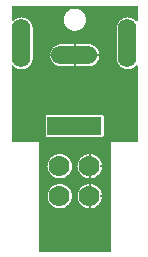
<source format=gbl>
%FSLAX33Y33*%
%MOMM*%
%AMRR-H1600000-W3900000-R800000-RO0.000*
21,1,2.3,1.6,0.,0.,360*
1,1,1.6,-1.15,0.*
1,1,1.6,1.15,0.*
1,1,1.6,1.15,-0.*
1,1,1.6,-1.15,0.*%
%AMRR-H4099999-W1600000-R800000-RO0.000*
21,1,1.6,2.499999,0.,0.,360*
1,1,1.6,0.,1.2499995*
1,1,1.6,0.,1.2499995*
1,1,1.6,0.,-1.2499995*
1,1,1.6,-0.,-1.2499995*%
%ADD10C,0.0508*%
%ADD11R,4.6X1.6*%
%ADD12RR-H1600000-W3900000-R800000-RO0.000*%
%ADD13RR-H4099999-W1600000-R800000-RO0.000*%
%ADD14C,1.778*%
D10*
%LNpour fill*%
G01*
X8712Y9688D02*
X8712Y9688D01*
X8727Y9703*
X10998Y9703*
X10998Y16081*
X10951Y16101*
X10853Y16002*
X10851Y16001*
X10711Y15903*
X10709Y15902*
X10555Y15830*
X10553Y15829*
X10388Y15785*
X10386Y15784*
X10216Y15770*
X10214Y15770*
X10044Y15784*
X10042Y15785*
X9877Y15829*
X9875Y15830*
X9721Y15902*
X9719Y15903*
X9579Y16001*
X9577Y16002*
X9457Y16122*
X9456Y16124*
X9358Y16264*
X9357Y16266*
X9285Y16420*
X9284Y16422*
X9240Y16587*
X9239Y16589*
X9225Y16758*
X9225Y16759*
X9225Y19261*
X9225Y19262*
X9239Y19431*
X9240Y19433*
X9284Y19598*
X9285Y19600*
X9357Y19754*
X9358Y19756*
X9456Y19896*
X9457Y19898*
X9577Y20018*
X9579Y20019*
X9719Y20117*
X9721Y20118*
X9875Y20190*
X9877Y20191*
X10042Y20235*
X10044Y20236*
X10214Y20250*
X10216Y20250*
X10386Y20236*
X10388Y20235*
X10553Y20191*
X10555Y20190*
X10709Y20118*
X10711Y20117*
X10851Y20019*
X10853Y20018*
X10951Y19919*
X10998Y19939*
X10998Y21158*
X0432Y21158*
X0432Y19939*
X0479Y19919*
X0577Y20018*
X0579Y20019*
X0719Y20117*
X0721Y20118*
X0875Y20190*
X0877Y20191*
X1042Y20235*
X1044Y20236*
X1214Y20250*
X1216Y20250*
X1386Y20236*
X1388Y20235*
X1553Y20191*
X1555Y20190*
X1709Y20118*
X1711Y20117*
X1851Y20019*
X1853Y20018*
X1973Y19898*
X1974Y19896*
X2072Y19756*
X2073Y19754*
X2145Y19600*
X2146Y19598*
X2190Y19433*
X2191Y19431*
X2205Y19262*
X2206Y19261*
X2206Y16759*
X2205Y16758*
X2191Y16589*
X2190Y16587*
X2146Y16422*
X2145Y16420*
X2073Y16266*
X2072Y16264*
X1974Y16124*
X1973Y16122*
X1853Y16002*
X1851Y16001*
X1711Y15903*
X1709Y15902*
X1555Y15830*
X1553Y15829*
X1388Y15785*
X1386Y15784*
X1216Y15770*
X1214Y15770*
X1044Y15784*
X1042Y15785*
X0877Y15829*
X0875Y15830*
X0721Y15902*
X0719Y15903*
X0579Y16001*
X0577Y16002*
X0479Y16101*
X0432Y16081*
X0432Y9703*
X2703Y9703*
X2718Y9688*
X2718Y0432*
X8712Y0432*
X8712Y9688*
X5836Y19026D02*
X5836Y19026D01*
X6065Y19082*
X6068Y19083*
X6277Y19193*
X6280Y19195*
X6456Y19351*
X6458Y19354*
X6592Y19548*
X6594Y19551*
X6677Y19771*
X6678Y19774*
X6707Y20008*
X6707Y20012*
X6678Y20246*
X6677Y20249*
X6594Y20469*
X6592Y20472*
X6458Y20666*
X6456Y20669*
X6280Y20825*
X6277Y20827*
X6068Y20937*
X6065Y20938*
X5836Y20994*
X5833Y20994*
X5597Y20994*
X5594Y20994*
X5365Y20938*
X5362Y20937*
X5153Y20827*
X5150Y20825*
X4974Y20669*
X4972Y20666*
X4838Y20472*
X4836Y20469*
X4753Y20249*
X4752Y20246*
X4723Y20012*
X4723Y20008*
X4752Y19774*
X4753Y19771*
X4836Y19551*
X4838Y19548*
X4972Y19354*
X4974Y19351*
X5150Y19195*
X5153Y19193*
X5362Y19083*
X5365Y19082*
X5594Y19026*
X5597Y19026*
X5833Y19026*
X5836Y19026*
X5658Y16034D02*
X5658Y16034D01*
X5658Y16226*
X5772Y16226*
X5772Y16034*
X5787Y16020*
X6866Y16020*
X6867Y16020*
X7036Y16034*
X7038Y16035*
X7203Y16079*
X7205Y16080*
X7359Y16152*
X7361Y16153*
X7501Y16251*
X7503Y16252*
X7623Y16372*
X7624Y16374*
X7722Y16514*
X7723Y16516*
X7795Y16670*
X7796Y16672*
X7840Y16837*
X7841Y16839*
X7849Y16936*
X7834Y16953*
X7649Y16953*
X7649Y17067*
X7834Y17067*
X7849Y17084*
X7841Y17181*
X7840Y17183*
X7796Y17348*
X7795Y17350*
X7723Y17504*
X7722Y17506*
X7624Y17646*
X7623Y17648*
X7503Y17768*
X7501Y17769*
X7361Y17867*
X7359Y17868*
X7205Y17940*
X7203Y17941*
X7038Y17985*
X7036Y17986*
X6867Y18000*
X6866Y18001*
X5787Y18001*
X5772Y17986*
X5772Y17794*
X5658Y17794*
X5658Y17986*
X5643Y18001*
X4564Y18001*
X4563Y18000*
X4394Y17986*
X4392Y17985*
X4227Y17941*
X4225Y17940*
X4071Y17868*
X4069Y17867*
X3929Y17769*
X3927Y17768*
X3807Y17648*
X3806Y17646*
X3708Y17506*
X3707Y17504*
X3635Y17350*
X3634Y17348*
X3590Y17183*
X3589Y17181*
X3581Y17084*
X3596Y17067*
X3781Y17067*
X3781Y16953*
X3596Y16953*
X3581Y16936*
X3589Y16839*
X3590Y16837*
X3634Y16672*
X3635Y16670*
X3707Y16516*
X3708Y16514*
X3806Y16374*
X3807Y16372*
X3927Y16252*
X3929Y16251*
X4069Y16153*
X4071Y16152*
X4225Y16080*
X4227Y16079*
X4392Y16035*
X4394Y16034*
X4563Y16020*
X4564Y16020*
X5643Y16020*
X5658Y16034*
X8017Y10019D02*
X8017Y10019D01*
X8044Y10021*
X8046Y10021*
X8073Y10028*
X8075Y10028*
X8101Y10039*
X8103Y10040*
X8127Y10054*
X8128Y10056*
X8150Y10074*
X8151Y10075*
X8169Y10097*
X8171Y10098*
X8185Y10122*
X8186Y10124*
X8197Y10150*
X8197Y10152*
X8204Y10179*
X8204Y10181*
X8206Y10209*
X8207Y10210*
X8207Y11810*
X8206Y11811*
X8204Y11839*
X8204Y11841*
X8197Y11868*
X8197Y11870*
X8186Y11896*
X8185Y11898*
X8171Y11922*
X8169Y11923*
X8151Y11945*
X8150Y11946*
X8128Y11964*
X8127Y11966*
X8103Y11980*
X8101Y11981*
X8075Y11992*
X8073Y11992*
X8046Y11999*
X8044Y11999*
X8016Y12001*
X8015Y12002*
X3415Y12002*
X3414Y12001*
X3386Y11999*
X3384Y11999*
X3357Y11992*
X3355Y11992*
X3329Y11981*
X3327Y11980*
X3303Y11966*
X3302Y11964*
X3280Y11946*
X3279Y11945*
X3261Y11923*
X3259Y11922*
X3245Y11898*
X3244Y11896*
X3233Y11870*
X3233Y11868*
X3226Y11841*
X3226Y11839*
X3224Y11812*
X3224Y11811*
X3224Y10209*
X3224Y10208*
X3226Y10181*
X3226Y10179*
X3233Y10152*
X3233Y10150*
X3244Y10124*
X3245Y10122*
X3259Y10098*
X3261Y10097*
X3279Y10075*
X3280Y10074*
X3302Y10056*
X3303Y10054*
X3327Y10040*
X3329Y10039*
X3355Y10028*
X3357Y10028*
X3384Y10021*
X3386Y10021*
X3413Y10019*
X3414Y10019*
X8016Y10019*
X8017Y10019*
X4577Y6548D02*
X4577Y6548D01*
X4827Y6609*
X4830Y6610*
X5058Y6730*
X5060Y6732*
X5253Y6902*
X5255Y6905*
X5401Y7117*
X5402Y7119*
X5494Y7360*
X5494Y7363*
X5526Y7618*
X5526Y7622*
X5494Y7877*
X5494Y7880*
X5402Y8121*
X5401Y8123*
X5255Y8335*
X5253Y8338*
X5060Y8508*
X5058Y8510*
X4830Y8630*
X4827Y8631*
X4577Y8692*
X4574Y8693*
X4316Y8693*
X4313Y8692*
X4063Y8631*
X4060Y8630*
X3832Y8510*
X3830Y8508*
X3637Y8338*
X3635Y8335*
X3489Y8123*
X3488Y8121*
X3396Y7880*
X3396Y7877*
X3365Y7622*
X3365Y7618*
X3396Y7363*
X3396Y7360*
X3488Y7119*
X3489Y7117*
X3635Y6905*
X3637Y6902*
X3830Y6732*
X3832Y6730*
X4060Y6610*
X4063Y6609*
X4313Y6548*
X4316Y6547*
X4574Y6547*
X4577Y6548*
X6928Y6562D02*
X6928Y6562D01*
X6928Y6753*
X7042Y6753*
X7042Y6562*
X7057Y6547*
X7114Y6547*
X7117Y6548*
X7367Y6609*
X7370Y6610*
X7598Y6730*
X7600Y6732*
X7793Y6902*
X7795Y6905*
X7941Y7117*
X7942Y7119*
X8034Y7360*
X8034Y7363*
X8057Y7546*
X8042Y7563*
X7858Y7563*
X7858Y7677*
X8042Y7677*
X8057Y7694*
X8034Y7877*
X8034Y7880*
X7942Y8121*
X7941Y8123*
X7795Y8335*
X7793Y8338*
X7600Y8508*
X7598Y8510*
X7370Y8630*
X7367Y8631*
X7117Y8692*
X7114Y8693*
X7057Y8693*
X7042Y8678*
X7042Y8487*
X6928Y8487*
X6928Y8678*
X6913Y8693*
X6856Y8693*
X6853Y8692*
X6603Y8631*
X6600Y8630*
X6372Y8510*
X6370Y8508*
X6177Y8338*
X6175Y8335*
X6029Y8123*
X6028Y8121*
X5936Y7880*
X5936Y7877*
X5904Y7622*
X5904Y7618*
X5936Y7363*
X5936Y7360*
X6028Y7119*
X6029Y7117*
X6175Y6905*
X6177Y6902*
X6370Y6732*
X6372Y6730*
X6600Y6610*
X6603Y6609*
X6853Y6548*
X6856Y6547*
X6913Y6547*
X6928Y6562*
X4577Y4008D02*
X4577Y4008D01*
X4827Y4069*
X4830Y4070*
X5058Y4190*
X5060Y4192*
X5253Y4362*
X5255Y4365*
X5401Y4577*
X5402Y4579*
X5494Y4820*
X5494Y4823*
X5526Y5078*
X5526Y5082*
X5494Y5337*
X5494Y5340*
X5402Y5581*
X5401Y5583*
X5255Y5795*
X5253Y5798*
X5060Y5968*
X5058Y5970*
X4830Y6090*
X4827Y6091*
X4577Y6152*
X4574Y6153*
X4316Y6153*
X4313Y6152*
X4063Y6091*
X4060Y6090*
X3832Y5970*
X3830Y5968*
X3637Y5798*
X3635Y5795*
X3489Y5583*
X3488Y5581*
X3396Y5340*
X3396Y5337*
X3365Y5082*
X3365Y5078*
X3396Y4823*
X3396Y4820*
X3488Y4579*
X3489Y4577*
X3635Y4365*
X3637Y4362*
X3830Y4192*
X3832Y4190*
X4060Y4070*
X4063Y4069*
X4313Y4008*
X4316Y4007*
X4574Y4007*
X4577Y4008*
X6928Y4022D02*
X6928Y4022D01*
X6928Y4213*
X7042Y4213*
X7042Y4022*
X7057Y4007*
X7114Y4007*
X7117Y4008*
X7367Y4069*
X7370Y4070*
X7598Y4190*
X7600Y4192*
X7793Y4362*
X7795Y4365*
X7941Y4577*
X7942Y4579*
X8034Y4820*
X8034Y4823*
X8057Y5006*
X8042Y5023*
X7858Y5023*
X7858Y5137*
X8042Y5137*
X8057Y5154*
X8034Y5337*
X8034Y5340*
X7942Y5581*
X7941Y5583*
X7795Y5795*
X7793Y5798*
X7600Y5968*
X7598Y5970*
X7370Y6090*
X7367Y6091*
X7117Y6152*
X7114Y6153*
X7057Y6153*
X7042Y6138*
X7042Y5947*
X6928Y5947*
X6928Y6138*
X6913Y6153*
X6856Y6153*
X6853Y6152*
X6603Y6091*
X6600Y6090*
X6372Y5970*
X6370Y5968*
X6177Y5798*
X6175Y5795*
X6029Y5583*
X6028Y5581*
X5936Y5340*
X5936Y5337*
X5904Y5082*
X5904Y5078*
X5936Y4823*
X5936Y4820*
X6028Y4579*
X6029Y4577*
X6175Y4365*
X6177Y4362*
X6370Y4192*
X6372Y4190*
X6600Y4070*
X6603Y4069*
X6853Y4008*
X6856Y4007*
X6913Y4007*
X6928Y4022*
X2718Y0456D02*
X8712Y0456D01*
X2718Y0505D02*
X8712Y0505D01*
X2718Y0555D02*
X8712Y0555D01*
X2718Y0605D02*
X8712Y0605D01*
X2718Y0654D02*
X8712Y0654D01*
X2718Y0704D02*
X8712Y0704D01*
X2718Y0753D02*
X8712Y0753D01*
X2718Y0803D02*
X8712Y0803D01*
X2718Y0852D02*
X8712Y0852D01*
X2718Y0902D02*
X8712Y0902D01*
X2718Y0951D02*
X8712Y0951D01*
X2718Y1001D02*
X8712Y1001D01*
X2718Y1050D02*
X8712Y1050D01*
X2718Y1100D02*
X8712Y1100D01*
X2718Y1149D02*
X8712Y1149D01*
X2718Y1199D02*
X8712Y1199D01*
X2718Y1248D02*
X8712Y1248D01*
X2718Y1298D02*
X8712Y1298D01*
X2718Y1347D02*
X8712Y1347D01*
X2718Y1397D02*
X8712Y1397D01*
X2718Y1447D02*
X8712Y1447D01*
X2718Y1496D02*
X8712Y1496D01*
X2718Y1546D02*
X8712Y1546D01*
X2718Y1595D02*
X8712Y1595D01*
X2718Y1645D02*
X8712Y1645D01*
X2718Y1694D02*
X8712Y1694D01*
X2718Y1744D02*
X8712Y1744D01*
X2718Y1793D02*
X8712Y1793D01*
X2718Y1843D02*
X8712Y1843D01*
X2718Y1892D02*
X8712Y1892D01*
X2718Y1942D02*
X8712Y1942D01*
X2718Y1991D02*
X8712Y1991D01*
X2718Y2041D02*
X8712Y2041D01*
X2718Y2090D02*
X8712Y2090D01*
X2718Y2140D02*
X8712Y2140D01*
X2718Y2189D02*
X8712Y2189D01*
X2718Y2239D02*
X8712Y2239D01*
X2718Y2289D02*
X8712Y2289D01*
X2718Y2338D02*
X8712Y2338D01*
X2718Y2388D02*
X8712Y2388D01*
X2718Y2437D02*
X8712Y2437D01*
X2718Y2487D02*
X8712Y2487D01*
X2718Y2536D02*
X8712Y2536D01*
X2718Y2586D02*
X8712Y2586D01*
X2718Y2635D02*
X8712Y2635D01*
X2718Y2685D02*
X8712Y2685D01*
X2718Y2734D02*
X8712Y2734D01*
X2718Y2784D02*
X8712Y2784D01*
X2718Y2833D02*
X8712Y2833D01*
X2718Y2883D02*
X8712Y2883D01*
X2718Y2932D02*
X8712Y2932D01*
X2718Y2982D02*
X8712Y2982D01*
X2718Y3031D02*
X8712Y3031D01*
X2718Y3081D02*
X8712Y3081D01*
X2718Y3131D02*
X8712Y3131D01*
X2718Y3180D02*
X8712Y3180D01*
X2718Y3230D02*
X8712Y3230D01*
X2718Y3279D02*
X8712Y3279D01*
X2718Y3329D02*
X8712Y3329D01*
X2718Y3378D02*
X8712Y3378D01*
X2718Y3428D02*
X8712Y3428D01*
X2718Y3477D02*
X8712Y3477D01*
X2718Y3527D02*
X8712Y3527D01*
X2718Y3576D02*
X8712Y3576D01*
X2718Y3626D02*
X8712Y3626D01*
X2718Y3675D02*
X8712Y3675D01*
X2718Y3725D02*
X8712Y3725D01*
X2718Y3774D02*
X8712Y3774D01*
X2718Y3824D02*
X8712Y3824D01*
X2718Y3873D02*
X8712Y3873D01*
X2718Y3923D02*
X8712Y3923D01*
X2718Y3973D02*
X8712Y3973D01*
X2718Y4022D02*
X4254Y4022D01*
X4636Y4022D02*
X6794Y4022D01*
X6928Y4022D02*
X7042Y4022D01*
X7176Y4022D02*
X8712Y4022D01*
X2718Y4072D02*
X4058Y4072D01*
X4832Y4072D02*
X6598Y4072D01*
X6928Y4072D02*
X7042Y4072D01*
X7372Y4072D02*
X8712Y4072D01*
X2718Y4121D02*
X3963Y4121D01*
X4927Y4121D02*
X6503Y4121D01*
X6928Y4121D02*
X7042Y4121D01*
X7467Y4121D02*
X8712Y4121D01*
X2718Y4171D02*
X3869Y4171D01*
X5021Y4171D02*
X6409Y4171D01*
X6928Y4171D02*
X7042Y4171D01*
X7561Y4171D02*
X8712Y4171D01*
X2718Y4220D02*
X3798Y4220D01*
X5092Y4220D02*
X6338Y4220D01*
X7632Y4220D02*
X8712Y4220D01*
X2718Y4270D02*
X3742Y4270D01*
X5148Y4270D02*
X6282Y4270D01*
X7688Y4270D02*
X8712Y4270D01*
X2718Y4319D02*
X3686Y4319D01*
X5204Y4319D02*
X6226Y4319D01*
X7744Y4319D02*
X8712Y4319D01*
X2718Y4369D02*
X3632Y4369D01*
X5258Y4369D02*
X6172Y4369D01*
X7798Y4369D02*
X8712Y4369D01*
X2718Y4418D02*
X3598Y4418D01*
X5292Y4418D02*
X6138Y4418D01*
X7832Y4418D02*
X8712Y4418D01*
X2718Y4468D02*
X3564Y4468D01*
X5326Y4468D02*
X6104Y4468D01*
X7866Y4468D02*
X8712Y4468D01*
X2718Y4517D02*
X3530Y4517D01*
X5360Y4517D02*
X6070Y4517D01*
X7900Y4517D02*
X8712Y4517D01*
X2718Y4567D02*
X3496Y4567D01*
X5394Y4567D02*
X6036Y4567D01*
X7934Y4567D02*
X8712Y4567D01*
X2718Y4616D02*
X3473Y4616D01*
X5417Y4616D02*
X6013Y4616D01*
X7957Y4616D02*
X8712Y4616D01*
X2718Y4666D02*
X3455Y4666D01*
X5435Y4666D02*
X5995Y4666D01*
X7975Y4666D02*
X8712Y4666D01*
X2718Y4716D02*
X3436Y4716D01*
X5454Y4716D02*
X5976Y4716D01*
X7994Y4716D02*
X8712Y4716D01*
X2718Y4765D02*
X3417Y4765D01*
X5473Y4765D02*
X5957Y4765D01*
X8013Y4765D02*
X8712Y4765D01*
X2718Y4815D02*
X3398Y4815D01*
X5492Y4815D02*
X5938Y4815D01*
X8032Y4815D02*
X8712Y4815D01*
X2718Y4864D02*
X3391Y4864D01*
X5499Y4864D02*
X5931Y4864D01*
X8039Y4864D02*
X8712Y4864D01*
X2718Y4914D02*
X3385Y4914D01*
X5505Y4914D02*
X5925Y4914D01*
X8045Y4914D02*
X8712Y4914D01*
X2718Y4963D02*
X3379Y4963D01*
X5512Y4963D02*
X5919Y4963D01*
X8051Y4963D02*
X8712Y4963D01*
X2718Y5013D02*
X3372Y5013D01*
X5518Y5013D02*
X5912Y5013D01*
X8051Y5013D02*
X8712Y5013D01*
X2718Y5062D02*
X3366Y5062D01*
X5524Y5062D02*
X5906Y5062D01*
X7858Y5062D02*
X8712Y5062D01*
X2718Y5112D02*
X3368Y5112D01*
X5522Y5112D02*
X5908Y5112D01*
X7858Y5112D02*
X8712Y5112D01*
X2718Y5161D02*
X3374Y5161D01*
X5516Y5161D02*
X5914Y5161D01*
X8056Y5161D02*
X8712Y5161D01*
X2718Y5211D02*
X3380Y5211D01*
X5510Y5211D02*
X5920Y5211D01*
X8050Y5211D02*
X8712Y5211D01*
X2718Y5260D02*
X3386Y5260D01*
X5504Y5260D02*
X5926Y5260D01*
X8044Y5260D02*
X8712Y5260D01*
X2718Y5310D02*
X3392Y5310D01*
X5498Y5310D02*
X5932Y5310D01*
X8038Y5310D02*
X8712Y5310D01*
X2718Y5359D02*
X3404Y5359D01*
X5486Y5359D02*
X5944Y5359D01*
X8026Y5359D02*
X8712Y5359D01*
X2718Y5409D02*
X3422Y5409D01*
X5468Y5409D02*
X5962Y5409D01*
X8008Y5409D02*
X8712Y5409D01*
X2718Y5458D02*
X3441Y5458D01*
X5449Y5458D02*
X5981Y5458D01*
X7989Y5458D02*
X8712Y5458D01*
X2718Y5508D02*
X3460Y5508D01*
X5430Y5508D02*
X6000Y5508D01*
X7970Y5508D02*
X8712Y5508D01*
X2718Y5558D02*
X3479Y5558D01*
X5411Y5558D02*
X6019Y5558D01*
X7951Y5558D02*
X8712Y5558D01*
X2718Y5607D02*
X3505Y5607D01*
X5385Y5607D02*
X6045Y5607D01*
X7925Y5607D02*
X8712Y5607D01*
X2718Y5657D02*
X3539Y5657D01*
X5351Y5657D02*
X6079Y5657D01*
X7891Y5657D02*
X8712Y5657D01*
X2718Y5706D02*
X3574Y5706D01*
X5316Y5706D02*
X6114Y5706D01*
X7856Y5706D02*
X8712Y5706D01*
X2718Y5756D02*
X3608Y5756D01*
X5282Y5756D02*
X6148Y5756D01*
X7822Y5756D02*
X8712Y5756D01*
X2718Y5805D02*
X3646Y5805D01*
X5244Y5805D02*
X6186Y5805D01*
X7784Y5805D02*
X8712Y5805D01*
X2718Y5855D02*
X3702Y5855D01*
X5188Y5855D02*
X6242Y5855D01*
X7728Y5855D02*
X8712Y5855D01*
X2718Y5904D02*
X3758Y5904D01*
X5132Y5904D02*
X6298Y5904D01*
X7672Y5904D02*
X8712Y5904D01*
X2718Y5954D02*
X3813Y5954D01*
X5077Y5954D02*
X6353Y5954D01*
X6928Y5954D02*
X7042Y5954D01*
X7617Y5954D02*
X8712Y5954D01*
X2718Y6003D02*
X3896Y6003D01*
X4994Y6003D02*
X6436Y6003D01*
X6928Y6003D02*
X7042Y6003D01*
X7534Y6003D02*
X8712Y6003D01*
X2718Y6053D02*
X3990Y6053D01*
X4900Y6053D02*
X6530Y6053D01*
X6928Y6053D02*
X7042Y6053D01*
X7440Y6053D02*
X8712Y6053D01*
X2718Y6102D02*
X4110Y6102D01*
X4780Y6102D02*
X6650Y6102D01*
X6928Y6102D02*
X7042Y6102D01*
X7320Y6102D02*
X8712Y6102D01*
X2718Y6152D02*
X4311Y6152D01*
X4579Y6152D02*
X6851Y6152D01*
X6914Y6152D02*
X7056Y6152D01*
X7119Y6152D02*
X8712Y6152D01*
X2718Y6201D02*
X8712Y6201D01*
X2718Y6251D02*
X8712Y6251D01*
X2718Y6300D02*
X8712Y6300D01*
X2718Y6350D02*
X8712Y6350D01*
X2718Y6400D02*
X8712Y6400D01*
X2718Y6449D02*
X8712Y6449D01*
X2718Y6499D02*
X8712Y6499D01*
X2718Y6548D02*
X4311Y6548D01*
X4579Y6548D02*
X6851Y6548D01*
X6914Y6548D02*
X7056Y6548D01*
X7119Y6548D02*
X8712Y6548D01*
X2718Y6598D02*
X4110Y6598D01*
X4780Y6598D02*
X6650Y6598D01*
X6928Y6598D02*
X7042Y6598D01*
X7320Y6598D02*
X8712Y6598D01*
X2718Y6647D02*
X3990Y6647D01*
X4900Y6647D02*
X6530Y6647D01*
X6928Y6647D02*
X7042Y6647D01*
X7440Y6647D02*
X8712Y6647D01*
X2718Y6697D02*
X3896Y6697D01*
X4994Y6697D02*
X6436Y6697D01*
X6928Y6697D02*
X7042Y6697D01*
X7534Y6697D02*
X8712Y6697D01*
X2718Y6746D02*
X3813Y6746D01*
X5077Y6746D02*
X6353Y6746D01*
X6928Y6746D02*
X7042Y6746D01*
X7617Y6746D02*
X8712Y6746D01*
X2718Y6796D02*
X3758Y6796D01*
X5132Y6796D02*
X6298Y6796D01*
X7672Y6796D02*
X8712Y6796D01*
X2718Y6845D02*
X3702Y6845D01*
X5188Y6845D02*
X6242Y6845D01*
X7728Y6845D02*
X8712Y6845D01*
X2718Y6895D02*
X3646Y6895D01*
X5244Y6895D02*
X6186Y6895D01*
X7784Y6895D02*
X8712Y6895D01*
X2718Y6944D02*
X3608Y6944D01*
X5282Y6944D02*
X6148Y6944D01*
X7822Y6944D02*
X8712Y6944D01*
X2718Y6994D02*
X3574Y6994D01*
X5316Y6994D02*
X6114Y6994D01*
X7856Y6994D02*
X8712Y6994D01*
X2718Y7043D02*
X3539Y7043D01*
X5351Y7043D02*
X6079Y7043D01*
X7891Y7043D02*
X8712Y7043D01*
X2718Y7093D02*
X3505Y7093D01*
X5385Y7093D02*
X6045Y7093D01*
X7925Y7093D02*
X8712Y7093D01*
X2718Y7142D02*
X3479Y7142D01*
X5411Y7142D02*
X6019Y7142D01*
X7951Y7142D02*
X8712Y7142D01*
X2718Y7192D02*
X3460Y7192D01*
X5430Y7192D02*
X6000Y7192D01*
X7970Y7192D02*
X8712Y7192D01*
X2718Y7242D02*
X3441Y7242D01*
X5449Y7242D02*
X5981Y7242D01*
X7989Y7242D02*
X8712Y7242D01*
X2718Y7291D02*
X3422Y7291D01*
X5468Y7291D02*
X5962Y7291D01*
X8008Y7291D02*
X8712Y7291D01*
X2718Y7341D02*
X3404Y7341D01*
X5486Y7341D02*
X5944Y7341D01*
X8026Y7341D02*
X8712Y7341D01*
X2718Y7390D02*
X3392Y7390D01*
X5498Y7390D02*
X5932Y7390D01*
X8038Y7390D02*
X8712Y7390D01*
X2718Y7440D02*
X3386Y7440D01*
X5504Y7440D02*
X5926Y7440D01*
X8044Y7440D02*
X8712Y7440D01*
X2718Y7489D02*
X3380Y7489D01*
X5510Y7489D02*
X5920Y7489D01*
X8050Y7489D02*
X8712Y7489D01*
X2718Y7539D02*
X3374Y7539D01*
X5516Y7539D02*
X5914Y7539D01*
X8056Y7539D02*
X8712Y7539D01*
X2718Y7588D02*
X3368Y7588D01*
X5522Y7588D02*
X5908Y7588D01*
X7858Y7588D02*
X8712Y7588D01*
X2718Y7638D02*
X3366Y7638D01*
X5524Y7638D02*
X5906Y7638D01*
X7858Y7638D02*
X8712Y7638D01*
X2718Y7687D02*
X3372Y7687D01*
X5518Y7687D02*
X5912Y7687D01*
X8051Y7687D02*
X8712Y7687D01*
X2718Y7737D02*
X3379Y7737D01*
X5512Y7737D02*
X5919Y7737D01*
X8051Y7737D02*
X8712Y7737D01*
X2718Y7786D02*
X3385Y7786D01*
X5505Y7786D02*
X5925Y7786D01*
X8045Y7786D02*
X8712Y7786D01*
X2718Y7836D02*
X3391Y7836D01*
X5499Y7836D02*
X5931Y7836D01*
X8039Y7836D02*
X8712Y7836D01*
X2718Y7885D02*
X3398Y7885D01*
X5492Y7885D02*
X5938Y7885D01*
X8032Y7885D02*
X8712Y7885D01*
X2718Y7935D02*
X3417Y7935D01*
X5473Y7935D02*
X5957Y7935D01*
X8013Y7935D02*
X8712Y7935D01*
X2718Y7984D02*
X3436Y7984D01*
X5454Y7984D02*
X5976Y7984D01*
X7994Y7984D02*
X8712Y7984D01*
X2718Y8034D02*
X3455Y8034D01*
X5435Y8034D02*
X5995Y8034D01*
X7975Y8034D02*
X8712Y8034D01*
X2718Y8084D02*
X3473Y8084D01*
X5417Y8084D02*
X6013Y8084D01*
X7957Y8084D02*
X8712Y8084D01*
X2718Y8133D02*
X3496Y8133D01*
X5394Y8133D02*
X6036Y8133D01*
X7934Y8133D02*
X8712Y8133D01*
X2718Y8183D02*
X3530Y8183D01*
X5360Y8183D02*
X6070Y8183D01*
X7900Y8183D02*
X8712Y8183D01*
X2718Y8232D02*
X3564Y8232D01*
X5326Y8232D02*
X6104Y8232D01*
X7866Y8232D02*
X8712Y8232D01*
X2718Y8282D02*
X3598Y8282D01*
X5292Y8282D02*
X6138Y8282D01*
X7832Y8282D02*
X8712Y8282D01*
X2718Y8331D02*
X3632Y8331D01*
X5258Y8331D02*
X6172Y8331D01*
X7798Y8331D02*
X8712Y8331D01*
X2718Y8381D02*
X3686Y8381D01*
X5204Y8381D02*
X6226Y8381D01*
X7744Y8381D02*
X8712Y8381D01*
X2718Y8430D02*
X3742Y8430D01*
X5148Y8430D02*
X6282Y8430D01*
X7688Y8430D02*
X8712Y8430D01*
X2718Y8480D02*
X3798Y8480D01*
X5092Y8480D02*
X6338Y8480D01*
X7632Y8480D02*
X8712Y8480D01*
X2718Y8529D02*
X3869Y8529D01*
X5021Y8529D02*
X6409Y8529D01*
X6928Y8529D02*
X7042Y8529D01*
X7561Y8529D02*
X8712Y8529D01*
X2718Y8579D02*
X3963Y8579D01*
X4927Y8579D02*
X6503Y8579D01*
X6928Y8579D02*
X7042Y8579D01*
X7467Y8579D02*
X8712Y8579D01*
X2718Y8628D02*
X4058Y8628D01*
X4832Y8628D02*
X6598Y8628D01*
X6928Y8628D02*
X7042Y8628D01*
X7372Y8628D02*
X8712Y8628D01*
X2718Y8678D02*
X4254Y8678D01*
X4636Y8678D02*
X6794Y8678D01*
X6928Y8678D02*
X7042Y8678D01*
X7176Y8678D02*
X8712Y8678D01*
X2718Y8727D02*
X8712Y8727D01*
X2718Y8777D02*
X8712Y8777D01*
X2718Y8826D02*
X8712Y8826D01*
X2718Y8876D02*
X8712Y8876D01*
X2718Y8926D02*
X8712Y8926D01*
X2718Y8975D02*
X8712Y8975D01*
X2718Y9025D02*
X8712Y9025D01*
X2718Y9074D02*
X8712Y9074D01*
X2718Y9124D02*
X8712Y9124D01*
X2718Y9173D02*
X8712Y9173D01*
X2718Y9223D02*
X8712Y9223D01*
X2718Y9272D02*
X8712Y9272D01*
X2718Y9322D02*
X8712Y9322D01*
X2718Y9371D02*
X8712Y9371D01*
X2718Y9421D02*
X8712Y9421D01*
X2718Y9470D02*
X8712Y9470D01*
X2718Y9520D02*
X8712Y9520D01*
X2718Y9569D02*
X8712Y9569D01*
X2718Y9619D02*
X8712Y9619D01*
X2718Y9669D02*
X8712Y9669D01*
X0432Y9718D02*
X10998Y9718D01*
X0432Y9768D02*
X10998Y9768D01*
X0432Y9817D02*
X10998Y9817D01*
X0432Y9867D02*
X10998Y9867D01*
X0432Y9916D02*
X10998Y9916D01*
X0432Y9966D02*
X10998Y9966D01*
X0432Y10015D02*
X10998Y10015D01*
X0432Y10065D02*
X3291Y10065D01*
X8139Y10065D02*
X10998Y10065D01*
X0432Y10114D02*
X3250Y10114D01*
X8180Y10114D02*
X10998Y10114D01*
X0432Y10164D02*
X3230Y10164D01*
X8200Y10164D02*
X10998Y10164D01*
X0432Y10213D02*
X3224Y10213D01*
X8207Y10213D02*
X10998Y10213D01*
X0432Y10263D02*
X3224Y10263D01*
X8207Y10263D02*
X10998Y10263D01*
X0432Y10312D02*
X3224Y10312D01*
X8207Y10312D02*
X10998Y10312D01*
X0432Y10362D02*
X3224Y10362D01*
X8207Y10362D02*
X10998Y10362D01*
X0432Y10411D02*
X3224Y10411D01*
X8207Y10411D02*
X10998Y10411D01*
X0432Y10461D02*
X3224Y10461D01*
X8207Y10461D02*
X10998Y10461D01*
X0432Y10511D02*
X3224Y10511D01*
X8207Y10511D02*
X10998Y10511D01*
X0432Y10560D02*
X3224Y10560D01*
X8207Y10560D02*
X10998Y10560D01*
X0432Y10610D02*
X3224Y10610D01*
X8207Y10610D02*
X10998Y10610D01*
X0432Y10659D02*
X3224Y10659D01*
X8207Y10659D02*
X10998Y10659D01*
X0432Y10709D02*
X3224Y10709D01*
X8207Y10709D02*
X10998Y10709D01*
X0432Y10758D02*
X3224Y10758D01*
X8207Y10758D02*
X10998Y10758D01*
X0432Y10808D02*
X3224Y10808D01*
X8207Y10808D02*
X10998Y10808D01*
X0432Y10857D02*
X3224Y10857D01*
X8207Y10857D02*
X10998Y10857D01*
X0432Y10907D02*
X3224Y10907D01*
X8207Y10907D02*
X10998Y10907D01*
X0432Y10956D02*
X3224Y10956D01*
X8207Y10956D02*
X10998Y10956D01*
X0432Y11006D02*
X3224Y11006D01*
X8207Y11006D02*
X10998Y11006D01*
X0432Y11055D02*
X3224Y11055D01*
X8207Y11055D02*
X10998Y11055D01*
X0432Y11105D02*
X3224Y11105D01*
X8207Y11105D02*
X10998Y11105D01*
X0432Y11154D02*
X3224Y11154D01*
X8207Y11154D02*
X10998Y11154D01*
X0432Y11204D02*
X3224Y11204D01*
X8207Y11204D02*
X10998Y11204D01*
X0432Y11253D02*
X3224Y11253D01*
X8207Y11253D02*
X10998Y11253D01*
X0432Y11303D02*
X3224Y11303D01*
X8207Y11303D02*
X10998Y11303D01*
X0432Y11353D02*
X3224Y11353D01*
X8207Y11353D02*
X10998Y11353D01*
X0432Y11402D02*
X3224Y11402D01*
X8207Y11402D02*
X10998Y11402D01*
X0432Y11452D02*
X3224Y11452D01*
X8207Y11452D02*
X10998Y11452D01*
X0432Y11501D02*
X3224Y11501D01*
X8207Y11501D02*
X10998Y11501D01*
X0432Y11551D02*
X3224Y11551D01*
X8207Y11551D02*
X10998Y11551D01*
X0432Y11600D02*
X3224Y11600D01*
X8207Y11600D02*
X10998Y11600D01*
X0432Y11650D02*
X3224Y11650D01*
X8207Y11650D02*
X10998Y11650D01*
X0432Y11699D02*
X3224Y11699D01*
X8207Y11699D02*
X10998Y11699D01*
X0432Y11749D02*
X3224Y11749D01*
X8207Y11749D02*
X10998Y11749D01*
X0432Y11798D02*
X3224Y11798D01*
X8207Y11798D02*
X10998Y11798D01*
X0432Y11848D02*
X3228Y11848D01*
X8202Y11848D02*
X10998Y11848D01*
X0432Y11897D02*
X3245Y11897D01*
X8185Y11897D02*
X10998Y11897D01*
X0432Y11947D02*
X3281Y11947D01*
X8149Y11947D02*
X10998Y11947D01*
X0432Y11996D02*
X3373Y11996D01*
X8057Y11996D02*
X10998Y11996D01*
X0432Y12046D02*
X10998Y12046D01*
X0432Y12095D02*
X10998Y12095D01*
X0432Y12145D02*
X10998Y12145D01*
X0432Y12195D02*
X10998Y12195D01*
X0432Y12244D02*
X10998Y12244D01*
X0432Y12294D02*
X10998Y12294D01*
X0432Y12343D02*
X10998Y12343D01*
X0432Y12393D02*
X10998Y12393D01*
X0432Y12442D02*
X10998Y12442D01*
X0432Y12492D02*
X10998Y12492D01*
X0432Y12541D02*
X10998Y12541D01*
X0432Y12591D02*
X10998Y12591D01*
X0432Y12640D02*
X10998Y12640D01*
X0432Y12690D02*
X10998Y12690D01*
X0432Y12739D02*
X10998Y12739D01*
X0432Y12789D02*
X10998Y12789D01*
X0432Y12838D02*
X10998Y12838D01*
X0432Y12888D02*
X10998Y12888D01*
X0432Y12937D02*
X10998Y12937D01*
X0432Y12987D02*
X10998Y12987D01*
X0432Y13037D02*
X10998Y13037D01*
X0432Y13086D02*
X10998Y13086D01*
X0432Y13136D02*
X10998Y13136D01*
X0432Y13185D02*
X10998Y13185D01*
X0432Y13235D02*
X10998Y13235D01*
X0432Y13284D02*
X10998Y13284D01*
X0432Y13334D02*
X10998Y13334D01*
X0432Y13383D02*
X10998Y13383D01*
X0432Y13433D02*
X10998Y13433D01*
X0432Y13482D02*
X10998Y13482D01*
X0432Y13532D02*
X10998Y13532D01*
X0432Y13581D02*
X10998Y13581D01*
X0432Y13631D02*
X10998Y13631D01*
X0432Y13680D02*
X10998Y13680D01*
X0432Y13730D02*
X10998Y13730D01*
X0432Y13780D02*
X10998Y13780D01*
X0432Y13829D02*
X10998Y13829D01*
X0432Y13879D02*
X10998Y13879D01*
X0432Y13928D02*
X10998Y13928D01*
X0432Y13978D02*
X10998Y13978D01*
X0432Y14027D02*
X10998Y14027D01*
X0432Y14077D02*
X10998Y14077D01*
X0432Y14126D02*
X10998Y14126D01*
X0432Y14176D02*
X10998Y14176D01*
X0432Y14225D02*
X10998Y14225D01*
X0432Y14275D02*
X10998Y14275D01*
X0432Y14324D02*
X10998Y14324D01*
X0432Y14374D02*
X10998Y14374D01*
X0432Y14423D02*
X10998Y14423D01*
X0432Y14473D02*
X10998Y14473D01*
X0432Y14522D02*
X10998Y14522D01*
X0432Y14572D02*
X10998Y14572D01*
X0432Y14622D02*
X10998Y14622D01*
X0432Y14671D02*
X10998Y14671D01*
X0432Y14721D02*
X10998Y14721D01*
X0432Y14770D02*
X10998Y14770D01*
X0432Y14820D02*
X10998Y14820D01*
X0432Y14869D02*
X10998Y14869D01*
X0432Y14919D02*
X10998Y14919D01*
X0432Y14968D02*
X10998Y14968D01*
X0432Y15018D02*
X10998Y15018D01*
X0432Y15067D02*
X10998Y15067D01*
X0432Y15117D02*
X10998Y15117D01*
X0432Y15166D02*
X10998Y15166D01*
X0432Y15216D02*
X10998Y15216D01*
X0432Y15265D02*
X10998Y15265D01*
X0432Y15315D02*
X10998Y15315D01*
X0432Y15364D02*
X10998Y15364D01*
X0432Y15414D02*
X10998Y15414D01*
X0432Y15464D02*
X10998Y15464D01*
X0432Y15513D02*
X10998Y15513D01*
X0432Y15563D02*
X10998Y15563D01*
X0432Y15612D02*
X10998Y15612D01*
X0432Y15662D02*
X10998Y15662D01*
X0432Y15711D02*
X10998Y15711D01*
X0432Y15761D02*
X10998Y15761D01*
X0432Y15810D02*
X0947Y15810D01*
X1483Y15810D02*
X9947Y15810D01*
X10483Y15810D02*
X10998Y15810D01*
X0432Y15860D02*
X0811Y15860D01*
X1619Y15860D02*
X9811Y15860D01*
X10619Y15860D02*
X10998Y15860D01*
X0432Y15909D02*
X0709Y15909D01*
X1721Y15909D02*
X9709Y15909D01*
X10721Y15909D02*
X10998Y15909D01*
X0432Y15959D02*
X0639Y15959D01*
X1791Y15959D02*
X9639Y15959D01*
X10791Y15959D02*
X10998Y15959D01*
X0432Y16008D02*
X0571Y16008D01*
X1859Y16008D02*
X9571Y16008D01*
X10859Y16008D02*
X10998Y16008D01*
X0432Y16058D02*
X0522Y16058D01*
X1908Y16058D02*
X4306Y16058D01*
X5658Y16058D02*
X5772Y16058D01*
X7124Y16058D02*
X9522Y16058D01*
X10908Y16058D02*
X10998Y16058D01*
X1958Y16107D02*
X4166Y16107D01*
X5658Y16107D02*
X5772Y16107D01*
X7264Y16107D02*
X9472Y16107D01*
X1997Y16157D02*
X4063Y16157D01*
X5658Y16157D02*
X5772Y16157D01*
X7367Y16157D02*
X9433Y16157D01*
X2032Y16206D02*
X3992Y16206D01*
X5658Y16206D02*
X5772Y16206D01*
X7438Y16206D02*
X9398Y16206D01*
X2067Y16256D02*
X3923Y16256D01*
X7507Y16256D02*
X9363Y16256D01*
X2092Y16306D02*
X3874Y16306D01*
X7556Y16306D02*
X9338Y16306D01*
X2115Y16355D02*
X3824Y16355D01*
X7606Y16355D02*
X9315Y16355D01*
X2138Y16405D02*
X3784Y16405D01*
X7646Y16405D02*
X9292Y16405D01*
X2155Y16454D02*
X3750Y16454D01*
X7680Y16454D02*
X9275Y16454D01*
X2168Y16504D02*
X3715Y16504D01*
X7715Y16504D02*
X9262Y16504D01*
X2181Y16553D02*
X3689Y16553D01*
X7741Y16553D02*
X9249Y16553D01*
X2192Y16603D02*
X3666Y16603D01*
X7764Y16603D02*
X9238Y16603D01*
X2196Y16652D02*
X3643Y16652D01*
X7787Y16652D02*
X9234Y16652D01*
X2201Y16702D02*
X3626Y16702D01*
X7804Y16702D02*
X9229Y16702D01*
X2205Y16751D02*
X3613Y16751D01*
X7817Y16751D02*
X9225Y16751D01*
X2206Y16801D02*
X3599Y16801D01*
X7831Y16801D02*
X9225Y16801D01*
X2206Y16850D02*
X3588Y16850D01*
X7842Y16850D02*
X9225Y16850D01*
X2206Y16900D02*
X3584Y16900D01*
X7846Y16900D02*
X9225Y16900D01*
X2206Y16949D02*
X3593Y16949D01*
X7837Y16949D02*
X9225Y16949D01*
X2206Y16999D02*
X3781Y16999D01*
X7649Y16999D02*
X9225Y16999D01*
X2206Y17048D02*
X3781Y17048D01*
X7649Y17048D02*
X9225Y17048D01*
X2206Y17098D02*
X3582Y17098D01*
X7848Y17098D02*
X9225Y17098D01*
X2206Y17148D02*
X3586Y17148D01*
X7844Y17148D02*
X9225Y17148D01*
X2206Y17197D02*
X3593Y17197D01*
X7837Y17197D02*
X9225Y17197D01*
X2206Y17247D02*
X3607Y17247D01*
X7823Y17247D02*
X9225Y17247D01*
X2206Y17296D02*
X3620Y17296D01*
X7810Y17296D02*
X9225Y17296D01*
X2206Y17346D02*
X3633Y17346D01*
X7797Y17346D02*
X9225Y17346D01*
X2206Y17395D02*
X3656Y17395D01*
X7774Y17395D02*
X9225Y17395D01*
X2206Y17445D02*
X3679Y17445D01*
X7751Y17445D02*
X9225Y17445D01*
X2206Y17494D02*
X3702Y17494D01*
X7728Y17494D02*
X9225Y17494D01*
X2206Y17544D02*
X3734Y17544D01*
X7696Y17544D02*
X9225Y17544D01*
X2206Y17593D02*
X3769Y17593D01*
X7661Y17593D02*
X9225Y17593D01*
X2206Y17643D02*
X3803Y17643D01*
X7627Y17643D02*
X9225Y17643D01*
X2206Y17692D02*
X3852Y17692D01*
X7578Y17692D02*
X9225Y17692D01*
X2206Y17742D02*
X3901Y17742D01*
X7529Y17742D02*
X9225Y17742D01*
X2206Y17791D02*
X3961Y17791D01*
X7469Y17791D02*
X9225Y17791D01*
X2206Y17841D02*
X4031Y17841D01*
X5658Y17841D02*
X5772Y17841D01*
X7399Y17841D02*
X9225Y17841D01*
X2206Y17890D02*
X4118Y17890D01*
X5658Y17890D02*
X5772Y17890D01*
X7312Y17890D02*
X9225Y17890D01*
X2206Y17940D02*
X4224Y17940D01*
X5658Y17940D02*
X5772Y17940D01*
X7206Y17940D02*
X9225Y17940D01*
X2206Y17990D02*
X4439Y17990D01*
X5654Y17990D02*
X5776Y17990D01*
X6991Y17990D02*
X9225Y17990D01*
X2206Y18039D02*
X9225Y18039D01*
X2206Y18089D02*
X9225Y18089D01*
X2206Y18138D02*
X9225Y18138D01*
X2206Y18188D02*
X9225Y18188D01*
X2206Y18237D02*
X9225Y18237D01*
X2206Y18287D02*
X9225Y18287D01*
X2206Y18336D02*
X9225Y18336D01*
X2206Y18386D02*
X9225Y18386D01*
X2206Y18435D02*
X9225Y18435D01*
X2206Y18485D02*
X9225Y18485D01*
X2206Y18534D02*
X9225Y18534D01*
X2206Y18584D02*
X9225Y18584D01*
X2206Y18633D02*
X9225Y18633D01*
X2206Y18683D02*
X9225Y18683D01*
X2206Y18733D02*
X9225Y18733D01*
X2206Y18782D02*
X9225Y18782D01*
X2206Y18832D02*
X9225Y18832D01*
X2206Y18881D02*
X9225Y18881D01*
X2206Y18931D02*
X9225Y18931D01*
X2206Y18980D02*
X9225Y18980D01*
X2206Y19030D02*
X5579Y19030D01*
X5851Y19030D02*
X9225Y19030D01*
X2206Y19079D02*
X5378Y19079D01*
X6052Y19079D02*
X9225Y19079D01*
X2206Y19129D02*
X5276Y19129D01*
X6154Y19129D02*
X9225Y19129D01*
X2206Y19178D02*
X5181Y19178D01*
X6249Y19178D02*
X9225Y19178D01*
X2206Y19228D02*
X5113Y19228D01*
X6317Y19228D02*
X9225Y19228D01*
X2204Y19277D02*
X5057Y19277D01*
X6373Y19277D02*
X9226Y19277D01*
X2200Y19327D02*
X5002Y19327D01*
X6428Y19327D02*
X9230Y19327D01*
X2195Y19376D02*
X4956Y19376D01*
X6474Y19376D02*
X9235Y19376D01*
X2191Y19426D02*
X4922Y19426D01*
X6508Y19426D02*
X9239Y19426D01*
X2179Y19475D02*
X4888Y19475D01*
X6542Y19475D02*
X9251Y19475D01*
X2166Y19525D02*
X4854Y19525D01*
X6576Y19525D02*
X9264Y19525D01*
X2152Y19575D02*
X4827Y19575D01*
X6603Y19575D02*
X9278Y19575D01*
X2134Y19624D02*
X4808Y19624D01*
X6622Y19624D02*
X9296Y19624D01*
X2111Y19674D02*
X4790Y19674D01*
X6640Y19674D02*
X9319Y19674D01*
X2088Y19723D02*
X4771Y19723D01*
X6659Y19723D02*
X9342Y19723D01*
X2061Y19773D02*
X4752Y19773D01*
X6678Y19773D02*
X9369Y19773D01*
X2026Y19822D02*
X4746Y19822D01*
X6684Y19822D02*
X9404Y19822D01*
X1991Y19872D02*
X4740Y19872D01*
X6690Y19872D02*
X9439Y19872D01*
X0475Y19921D02*
X0481Y19921D01*
X1949Y19921D02*
X4734Y19921D01*
X6696Y19921D02*
X9481Y19921D01*
X10949Y19921D02*
X10956Y19921D01*
X0432Y19971D02*
X0530Y19971D01*
X1900Y19971D02*
X4728Y19971D01*
X6702Y19971D02*
X9530Y19971D01*
X10900Y19971D02*
X10998Y19971D01*
X0432Y20020D02*
X0580Y20020D01*
X1850Y20020D02*
X4725Y20020D01*
X6705Y20020D02*
X9580Y20020D01*
X10850Y20020D02*
X10998Y20020D01*
X0432Y20070D02*
X0651Y20070D01*
X1779Y20070D02*
X4731Y20070D01*
X6699Y20070D02*
X9651Y20070D01*
X10779Y20070D02*
X10998Y20070D01*
X0432Y20119D02*
X0723Y20119D01*
X1707Y20119D02*
X4737Y20119D01*
X6693Y20119D02*
X9723Y20119D01*
X10707Y20119D02*
X10998Y20119D01*
X0432Y20169D02*
X0829Y20169D01*
X1601Y20169D02*
X4743Y20169D01*
X6687Y20169D02*
X9829Y20169D01*
X10601Y20169D02*
X10998Y20169D01*
X0432Y20218D02*
X0979Y20218D01*
X1451Y20218D02*
X4749Y20218D01*
X6681Y20218D02*
X9979Y20218D01*
X10451Y20218D02*
X10998Y20218D01*
X0432Y20268D02*
X4760Y20268D01*
X6670Y20268D02*
X10998Y20268D01*
X0432Y20317D02*
X4779Y20317D01*
X6651Y20317D02*
X10998Y20317D01*
X0432Y20367D02*
X4798Y20367D01*
X6632Y20367D02*
X10998Y20367D01*
X0432Y20417D02*
X4816Y20417D01*
X6614Y20417D02*
X10998Y20417D01*
X0432Y20466D02*
X4835Y20466D01*
X6595Y20466D02*
X10998Y20466D01*
X0432Y20516D02*
X4868Y20516D01*
X6562Y20516D02*
X10998Y20516D01*
X0432Y20565D02*
X4902Y20565D01*
X6528Y20565D02*
X10998Y20565D01*
X0432Y20615D02*
X4936Y20615D01*
X6494Y20615D02*
X10998Y20615D01*
X0432Y20664D02*
X4970Y20664D01*
X6460Y20664D02*
X10998Y20664D01*
X0432Y20714D02*
X5025Y20714D01*
X6405Y20714D02*
X10998Y20714D01*
X0432Y20763D02*
X5081Y20763D01*
X6349Y20763D02*
X10998Y20763D01*
X0432Y20813D02*
X5137Y20813D01*
X6293Y20813D02*
X10998Y20813D01*
X0432Y20862D02*
X5221Y20862D01*
X6209Y20862D02*
X10998Y20862D01*
X0432Y20912D02*
X5315Y20912D01*
X6115Y20912D02*
X10998Y20912D01*
X0432Y20961D02*
X5461Y20961D01*
X5969Y20961D02*
X10998Y20961D01*
X0432Y21011D02*
X10998Y21011D01*
X0432Y21060D02*
X10998Y21060D01*
X0432Y21110D02*
X10998Y21110D01*
%LNbottom copper_traces*%
%LNbottom copper component baff75c958aad604*%
D11*
X5715Y11010D03*
D12*
X5715Y17010D03*
D13*
X1215Y18010D03*
X10215Y18010D03*
%LNbottom copper component 7efe99aa22ff84f7*%
D14*
X4445Y7620D03*
X4445Y5080D03*
X6985Y7620D03*
X6985Y5080D03*
M02*
</source>
